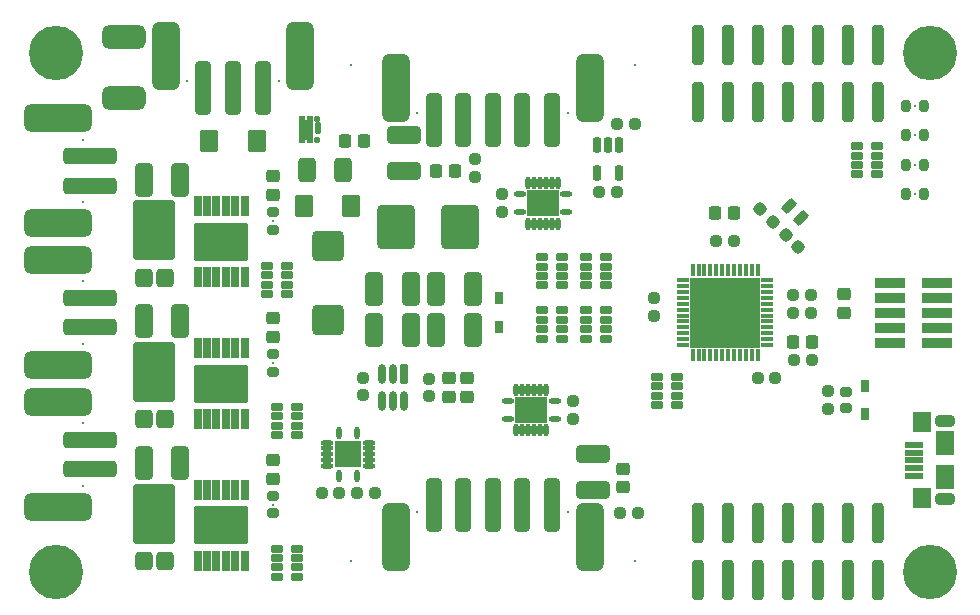
<source format=gts>
G04*
G04 #@! TF.GenerationSoftware,Altium Limited,Altium Designer,18.0.7 (293)*
G04*
G04 Layer_Color=8388736*
%FSLAX25Y25*%
%MOIN*%
G70*
G01*
G75*
%ADD65R,0.23622X0.23622*%
%ADD66O,0.04134X0.01575*%
%ADD67O,0.01575X0.04134*%
%ADD68R,0.08858X0.08858*%
%ADD69O,0.01890X0.04134*%
%ADD70O,0.04134X0.01890*%
G04:AMPARAMS|DCode=71|XSize=47.24mil|YSize=43.31mil|CornerRadius=12.8mil|HoleSize=0mil|Usage=FLASHONLY|Rotation=180.000|XOffset=0mil|YOffset=0mil|HoleType=Round|Shape=RoundedRectangle|*
%AMROUNDEDRECTD71*
21,1,0.04724,0.01772,0,0,180.0*
21,1,0.02165,0.04331,0,0,180.0*
1,1,0.02559,-0.01083,0.00886*
1,1,0.02559,0.01083,0.00886*
1,1,0.02559,0.01083,-0.00886*
1,1,0.02559,-0.01083,-0.00886*
%
%ADD71ROUNDEDRECTD71*%
G04:AMPARAMS|DCode=72|XSize=47.24mil|YSize=43.31mil|CornerRadius=12.8mil|HoleSize=0mil|Usage=FLASHONLY|Rotation=270.000|XOffset=0mil|YOffset=0mil|HoleType=Round|Shape=RoundedRectangle|*
%AMROUNDEDRECTD72*
21,1,0.04724,0.01772,0,0,270.0*
21,1,0.02165,0.04331,0,0,270.0*
1,1,0.02559,-0.00886,-0.01083*
1,1,0.02559,-0.00886,0.01083*
1,1,0.02559,0.00886,0.01083*
1,1,0.02559,0.00886,-0.01083*
%
%ADD72ROUNDEDRECTD72*%
G04:AMPARAMS|DCode=73|XSize=39.37mil|YSize=39.37mil|CornerRadius=11.81mil|HoleSize=0mil|Usage=FLASHONLY|Rotation=90.000|XOffset=0mil|YOffset=0mil|HoleType=Round|Shape=RoundedRectangle|*
%AMROUNDEDRECTD73*
21,1,0.03937,0.01575,0,0,90.0*
21,1,0.01575,0.03937,0,0,90.0*
1,1,0.02362,0.00787,0.00787*
1,1,0.02362,0.00787,-0.00787*
1,1,0.02362,-0.00787,-0.00787*
1,1,0.02362,-0.00787,0.00787*
%
%ADD73ROUNDEDRECTD73*%
G04:AMPARAMS|DCode=74|XSize=39.37mil|YSize=39.37mil|CornerRadius=11.81mil|HoleSize=0mil|Usage=FLASHONLY|Rotation=0.000|XOffset=0mil|YOffset=0mil|HoleType=Round|Shape=RoundedRectangle|*
%AMROUNDEDRECTD74*
21,1,0.03937,0.01575,0,0,0.0*
21,1,0.01575,0.03937,0,0,0.0*
1,1,0.02362,0.00787,-0.00787*
1,1,0.02362,-0.00787,-0.00787*
1,1,0.02362,-0.00787,0.00787*
1,1,0.02362,0.00787,0.00787*
%
%ADD74ROUNDEDRECTD74*%
G04:AMPARAMS|DCode=75|XSize=39.37mil|YSize=39.37mil|CornerRadius=11.81mil|HoleSize=0mil|Usage=FLASHONLY|Rotation=45.000|XOffset=0mil|YOffset=0mil|HoleType=Round|Shape=RoundedRectangle|*
%AMROUNDEDRECTD75*
21,1,0.03937,0.01575,0,0,45.0*
21,1,0.01575,0.03937,0,0,45.0*
1,1,0.02362,0.01114,0.00000*
1,1,0.02362,0.00000,-0.01114*
1,1,0.02362,-0.01114,0.00000*
1,1,0.02362,0.00000,0.01114*
%
%ADD75ROUNDEDRECTD75*%
G04:AMPARAMS|DCode=76|XSize=114.17mil|YSize=62.99mil|CornerRadius=17.72mil|HoleSize=0mil|Usage=FLASHONLY|Rotation=90.000|XOffset=0mil|YOffset=0mil|HoleType=Round|Shape=RoundedRectangle|*
%AMROUNDEDRECTD76*
21,1,0.11417,0.02756,0,0,90.0*
21,1,0.07874,0.06299,0,0,90.0*
1,1,0.03543,0.01378,0.03937*
1,1,0.03543,0.01378,-0.03937*
1,1,0.03543,-0.01378,-0.03937*
1,1,0.03543,-0.01378,0.03937*
%
%ADD76ROUNDEDRECTD76*%
G04:AMPARAMS|DCode=77|XSize=114.17mil|YSize=62.99mil|CornerRadius=17.72mil|HoleSize=0mil|Usage=FLASHONLY|Rotation=0.000|XOffset=0mil|YOffset=0mil|HoleType=Round|Shape=RoundedRectangle|*
%AMROUNDEDRECTD77*
21,1,0.11417,0.02756,0,0,0.0*
21,1,0.07874,0.06299,0,0,0.0*
1,1,0.03543,0.03937,-0.01378*
1,1,0.03543,-0.03937,-0.01378*
1,1,0.03543,-0.03937,0.01378*
1,1,0.03543,0.03937,0.01378*
%
%ADD77ROUNDEDRECTD77*%
G04:AMPARAMS|DCode=78|XSize=124.02mil|YSize=145.67mil|CornerRadius=12.65mil|HoleSize=0mil|Usage=FLASHONLY|Rotation=0.000|XOffset=0mil|YOffset=0mil|HoleType=Round|Shape=RoundedRectangle|*
%AMROUNDEDRECTD78*
21,1,0.12402,0.12037,0,0,0.0*
21,1,0.09872,0.14567,0,0,0.0*
1,1,0.02530,0.04936,-0.06019*
1,1,0.02530,-0.04936,-0.06019*
1,1,0.02530,-0.04936,0.06019*
1,1,0.02530,0.04936,0.06019*
%
%ADD78ROUNDEDRECTD78*%
%ADD79R,0.03150X0.03937*%
G04:AMPARAMS|DCode=80|XSize=62.99mil|YSize=72.44mil|CornerRadius=9.45mil|HoleSize=0mil|Usage=FLASHONLY|Rotation=0.000|XOffset=0mil|YOffset=0mil|HoleType=Round|Shape=RoundedRectangle|*
%AMROUNDEDRECTD80*
21,1,0.06299,0.05354,0,0,0.0*
21,1,0.04409,0.07244,0,0,0.0*
1,1,0.01890,0.02205,-0.02677*
1,1,0.01890,-0.02205,-0.02677*
1,1,0.01890,-0.02205,0.02677*
1,1,0.01890,0.02205,0.02677*
%
%ADD80ROUNDEDRECTD80*%
%ADD81R,0.10236X0.03780*%
%ADD82R,0.06102X0.02362*%
G04:AMPARAMS|DCode=83|XSize=94.49mil|YSize=228.35mil|CornerRadius=25.59mil|HoleSize=0mil|Usage=FLASHONLY|Rotation=0.000|XOffset=0mil|YOffset=0mil|HoleType=Round|Shape=RoundedRectangle|*
%AMROUNDEDRECTD83*
21,1,0.09449,0.17717,0,0,0.0*
21,1,0.04331,0.22835,0,0,0.0*
1,1,0.05118,0.02165,-0.08858*
1,1,0.05118,-0.02165,-0.08858*
1,1,0.05118,-0.02165,0.08858*
1,1,0.05118,0.02165,0.08858*
%
%ADD83ROUNDEDRECTD83*%
G04:AMPARAMS|DCode=84|XSize=55.12mil|YSize=181.1mil|CornerRadius=15.75mil|HoleSize=0mil|Usage=FLASHONLY|Rotation=0.000|XOffset=0mil|YOffset=0mil|HoleType=Round|Shape=RoundedRectangle|*
%AMROUNDEDRECTD84*
21,1,0.05512,0.14961,0,0,0.0*
21,1,0.02362,0.18110,0,0,0.0*
1,1,0.03150,0.01181,-0.07480*
1,1,0.03150,-0.01181,-0.07480*
1,1,0.03150,-0.01181,0.07480*
1,1,0.03150,0.01181,0.07480*
%
%ADD84ROUNDEDRECTD84*%
G04:AMPARAMS|DCode=85|XSize=39.37mil|YSize=133.86mil|CornerRadius=11.81mil|HoleSize=0mil|Usage=FLASHONLY|Rotation=0.000|XOffset=0mil|YOffset=0mil|HoleType=Round|Shape=RoundedRectangle|*
%AMROUNDEDRECTD85*
21,1,0.03937,0.11024,0,0,0.0*
21,1,0.01575,0.13386,0,0,0.0*
1,1,0.02362,0.00787,-0.05512*
1,1,0.02362,-0.00787,-0.05512*
1,1,0.02362,-0.00787,0.05512*
1,1,0.02362,0.00787,0.05512*
%
%ADD85ROUNDEDRECTD85*%
%ADD86R,0.10827X0.08858*%
G04:AMPARAMS|DCode=87|XSize=25.59mil|YSize=43.31mil|CornerRadius=8.37mil|HoleSize=0mil|Usage=FLASHONLY|Rotation=270.000|XOffset=0mil|YOffset=0mil|HoleType=Round|Shape=RoundedRectangle|*
%AMROUNDEDRECTD87*
21,1,0.02559,0.02657,0,0,270.0*
21,1,0.00886,0.04331,0,0,270.0*
1,1,0.01673,-0.01329,-0.00443*
1,1,0.01673,-0.01329,0.00443*
1,1,0.01673,0.01329,0.00443*
1,1,0.01673,0.01329,-0.00443*
%
%ADD87ROUNDEDRECTD87*%
G04:AMPARAMS|DCode=88|XSize=29.53mil|YSize=51.18mil|CornerRadius=9.35mil|HoleSize=0mil|Usage=FLASHONLY|Rotation=0.000|XOffset=0mil|YOffset=0mil|HoleType=Round|Shape=RoundedRectangle|*
%AMROUNDEDRECTD88*
21,1,0.02953,0.03248,0,0,0.0*
21,1,0.01083,0.05118,0,0,0.0*
1,1,0.01870,0.00541,-0.01624*
1,1,0.01870,-0.00541,-0.01624*
1,1,0.01870,-0.00541,0.01624*
1,1,0.01870,0.00541,0.01624*
%
%ADD88ROUNDEDRECTD88*%
G04:AMPARAMS|DCode=89|XSize=39.37mil|YSize=31.5mil|CornerRadius=9.84mil|HoleSize=0mil|Usage=FLASHONLY|Rotation=180.000|XOffset=0mil|YOffset=0mil|HoleType=Round|Shape=RoundedRectangle|*
%AMROUNDEDRECTD89*
21,1,0.03937,0.01181,0,0,180.0*
21,1,0.01968,0.03150,0,0,180.0*
1,1,0.01968,-0.00984,0.00591*
1,1,0.01968,0.00984,0.00591*
1,1,0.01968,0.00984,-0.00591*
1,1,0.01968,-0.00984,-0.00591*
%
%ADD89ROUNDEDRECTD89*%
%ADD90R,0.06299X0.08268*%
%ADD91R,0.06299X0.07087*%
G04:AMPARAMS|DCode=92|XSize=31.5mil|YSize=51.18mil|CornerRadius=6.3mil|HoleSize=0mil|Usage=FLASHONLY|Rotation=315.000|XOffset=0mil|YOffset=0mil|HoleType=Round|Shape=RoundedRectangle|*
%AMROUNDEDRECTD92*
21,1,0.03150,0.03858,0,0,315.0*
21,1,0.01890,0.05118,0,0,315.0*
1,1,0.01260,-0.00696,-0.02032*
1,1,0.01260,-0.02032,-0.00696*
1,1,0.01260,0.00696,0.02032*
1,1,0.01260,0.02032,0.00696*
%
%ADD92ROUNDEDRECTD92*%
G04:AMPARAMS|DCode=93|XSize=66.93mil|YSize=27.56mil|CornerRadius=8.86mil|HoleSize=0mil|Usage=FLASHONLY|Rotation=270.000|XOffset=0mil|YOffset=0mil|HoleType=Round|Shape=RoundedRectangle|*
%AMROUNDEDRECTD93*
21,1,0.06693,0.00984,0,0,270.0*
21,1,0.04921,0.02756,0,0,270.0*
1,1,0.01772,-0.00492,-0.02461*
1,1,0.01772,-0.00492,0.02461*
1,1,0.01772,0.00492,0.02461*
1,1,0.01772,0.00492,-0.02461*
%
%ADD93ROUNDEDRECTD93*%
%ADD94O,0.02756X0.06693*%
G04:AMPARAMS|DCode=95|XSize=129.92mil|YSize=181.1mil|CornerRadius=10.04mil|HoleSize=0mil|Usage=FLASHONLY|Rotation=90.000|XOffset=0mil|YOffset=0mil|HoleType=Round|Shape=RoundedRectangle|*
%AMROUNDEDRECTD95*
21,1,0.12992,0.16102,0,0,90.0*
21,1,0.10984,0.18110,0,0,90.0*
1,1,0.02008,0.08051,0.05492*
1,1,0.02008,0.08051,-0.05492*
1,1,0.02008,-0.08051,-0.05492*
1,1,0.02008,-0.08051,0.05492*
%
%ADD95ROUNDEDRECTD95*%
G04:AMPARAMS|DCode=96|XSize=68.9mil|YSize=29.53mil|CornerRadius=9.35mil|HoleSize=0mil|Usage=FLASHONLY|Rotation=90.000|XOffset=0mil|YOffset=0mil|HoleType=Round|Shape=RoundedRectangle|*
%AMROUNDEDRECTD96*
21,1,0.06890,0.01083,0,0,90.0*
21,1,0.05020,0.02953,0,0,90.0*
1,1,0.01870,0.00541,0.02510*
1,1,0.01870,0.00541,-0.02510*
1,1,0.01870,-0.00541,-0.02510*
1,1,0.01870,-0.00541,0.02510*
%
%ADD96ROUNDEDRECTD96*%
G04:AMPARAMS|DCode=97|XSize=62.6mil|YSize=62.99mil|CornerRadius=17.62mil|HoleSize=0mil|Usage=FLASHONLY|Rotation=90.000|XOffset=0mil|YOffset=0mil|HoleType=Round|Shape=RoundedRectangle|*
%AMROUNDEDRECTD97*
21,1,0.06260,0.02776,0,0,90.0*
21,1,0.02736,0.06299,0,0,90.0*
1,1,0.03524,0.01388,0.01368*
1,1,0.03524,0.01388,-0.01368*
1,1,0.03524,-0.01388,-0.01368*
1,1,0.03524,-0.01388,0.01368*
%
%ADD97ROUNDEDRECTD97*%
G04:AMPARAMS|DCode=98|XSize=140.16mil|YSize=199.21mil|CornerRadius=10.55mil|HoleSize=0mil|Usage=FLASHONLY|Rotation=0.000|XOffset=0mil|YOffset=0mil|HoleType=Round|Shape=RoundedRectangle|*
%AMROUNDEDRECTD98*
21,1,0.14016,0.17811,0,0,0.0*
21,1,0.11906,0.19921,0,0,0.0*
1,1,0.02110,0.05953,-0.08906*
1,1,0.02110,-0.05953,-0.08906*
1,1,0.02110,-0.05953,0.08906*
1,1,0.02110,0.05953,0.08906*
%
%ADD98ROUNDEDRECTD98*%
%ADD99R,0.01968X0.02165*%
G04:AMPARAMS|DCode=100|XSize=19.68mil|YSize=21.65mil|CornerRadius=5.12mil|HoleSize=0mil|Usage=FLASHONLY|Rotation=0.000|XOffset=0mil|YOffset=0mil|HoleType=Round|Shape=RoundedRectangle|*
%AMROUNDEDRECTD100*
21,1,0.01968,0.01142,0,0,0.0*
21,1,0.00945,0.02165,0,0,0.0*
1,1,0.01024,0.00472,-0.00571*
1,1,0.01024,-0.00472,-0.00571*
1,1,0.01024,-0.00472,0.00571*
1,1,0.01024,0.00472,0.00571*
%
%ADD100ROUNDEDRECTD100*%
%ADD101R,0.04528X0.06693*%
G04:AMPARAMS|DCode=102|XSize=17.13mil|YSize=42.13mil|CornerRadius=4.86mil|HoleSize=0mil|Usage=FLASHONLY|Rotation=0.000|XOffset=0mil|YOffset=0mil|HoleType=Round|Shape=RoundedRectangle|*
%AMROUNDEDRECTD102*
21,1,0.01713,0.03240,0,0,0.0*
21,1,0.00740,0.04213,0,0,0.0*
1,1,0.00972,0.00370,-0.01620*
1,1,0.00972,-0.00370,-0.01620*
1,1,0.00972,-0.00370,0.01620*
1,1,0.00972,0.00370,0.01620*
%
%ADD102ROUNDEDRECTD102*%
G04:AMPARAMS|DCode=103|XSize=101.18mil|YSize=103.54mil|CornerRadius=13.27mil|HoleSize=0mil|Usage=FLASHONLY|Rotation=90.000|XOffset=0mil|YOffset=0mil|HoleType=Round|Shape=RoundedRectangle|*
%AMROUNDEDRECTD103*
21,1,0.10118,0.07701,0,0,90.0*
21,1,0.07465,0.10354,0,0,90.0*
1,1,0.02653,0.03850,0.03732*
1,1,0.02653,0.03850,-0.03732*
1,1,0.02653,-0.03850,-0.03732*
1,1,0.02653,-0.03850,0.03732*
%
%ADD103ROUNDEDRECTD103*%
G04:AMPARAMS|DCode=104|XSize=39.37mil|YSize=31.5mil|CornerRadius=9.84mil|HoleSize=0mil|Usage=FLASHONLY|Rotation=270.000|XOffset=0mil|YOffset=0mil|HoleType=Round|Shape=RoundedRectangle|*
%AMROUNDEDRECTD104*
21,1,0.03937,0.01181,0,0,270.0*
21,1,0.01968,0.03150,0,0,270.0*
1,1,0.01968,-0.00591,-0.00984*
1,1,0.01968,-0.00591,0.00984*
1,1,0.01968,0.00591,0.00984*
1,1,0.01968,0.00591,-0.00984*
%
%ADD104ROUNDEDRECTD104*%
G04:AMPARAMS|DCode=105|XSize=55.12mil|YSize=181.1mil|CornerRadius=15.75mil|HoleSize=0mil|Usage=FLASHONLY|Rotation=90.000|XOffset=0mil|YOffset=0mil|HoleType=Round|Shape=RoundedRectangle|*
%AMROUNDEDRECTD105*
21,1,0.05512,0.14961,0,0,90.0*
21,1,0.02362,0.18110,0,0,90.0*
1,1,0.03150,0.07480,0.01181*
1,1,0.03150,0.07480,-0.01181*
1,1,0.03150,-0.07480,-0.01181*
1,1,0.03150,-0.07480,0.01181*
%
%ADD105ROUNDEDRECTD105*%
G04:AMPARAMS|DCode=106|XSize=94.49mil|YSize=228.35mil|CornerRadius=25.59mil|HoleSize=0mil|Usage=FLASHONLY|Rotation=90.000|XOffset=0mil|YOffset=0mil|HoleType=Round|Shape=RoundedRectangle|*
%AMROUNDEDRECTD106*
21,1,0.09449,0.17717,0,0,90.0*
21,1,0.04331,0.22835,0,0,90.0*
1,1,0.05118,0.08858,0.02165*
1,1,0.05118,0.08858,-0.02165*
1,1,0.05118,-0.08858,-0.02165*
1,1,0.05118,-0.08858,0.02165*
%
%ADD106ROUNDEDRECTD106*%
G04:AMPARAMS|DCode=107|XSize=82.68mil|YSize=62.99mil|CornerRadius=17.72mil|HoleSize=0mil|Usage=FLASHONLY|Rotation=90.000|XOffset=0mil|YOffset=0mil|HoleType=Round|Shape=RoundedRectangle|*
%AMROUNDEDRECTD107*
21,1,0.08268,0.02756,0,0,90.0*
21,1,0.04724,0.06299,0,0,90.0*
1,1,0.03543,0.01378,0.02362*
1,1,0.03543,0.01378,-0.02362*
1,1,0.03543,-0.01378,-0.02362*
1,1,0.03543,-0.01378,0.02362*
%
%ADD107ROUNDEDRECTD107*%
G04:AMPARAMS|DCode=108|XSize=77.95mil|YSize=145.67mil|CornerRadius=21.46mil|HoleSize=0mil|Usage=FLASHONLY|Rotation=270.000|XOffset=0mil|YOffset=0mil|HoleType=Round|Shape=RoundedRectangle|*
%AMROUNDEDRECTD108*
21,1,0.07795,0.10276,0,0,270.0*
21,1,0.03504,0.14567,0,0,270.0*
1,1,0.04291,-0.05138,-0.01752*
1,1,0.04291,-0.05138,0.01752*
1,1,0.04291,0.05138,0.01752*
1,1,0.04291,0.05138,-0.01752*
%
%ADD108ROUNDEDRECTD108*%
%ADD109C,0.00787*%
%ADD110C,0.18110*%
G04:AMPARAMS|DCode=111|XSize=7.87mil|YSize=7.87mil|CornerRadius=0mil|HoleSize=0mil|Usage=FLASHONLY|Rotation=0.000|XOffset=0mil|YOffset=0mil|HoleType=Round|Shape=RoundedRectangle|*
%AMROUNDEDRECTD111*
21,1,0.00787,0.00787,0,0,0.0*
21,1,0.00787,0.00787,0,0,0.0*
1,1,0.00000,0.00394,-0.00394*
1,1,0.00000,-0.00394,-0.00394*
1,1,0.00000,-0.00394,0.00394*
1,1,0.00000,0.00394,0.00394*
%
%ADD111ROUNDEDRECTD111*%
%ADD112O,0.07087X0.04331*%
G04:AMPARAMS|DCode=113|XSize=7.87mil|YSize=7.87mil|CornerRadius=0mil|HoleSize=0mil|Usage=FLASHONLY|Rotation=90.000|XOffset=0mil|YOffset=0mil|HoleType=Round|Shape=RoundedRectangle|*
%AMROUNDEDRECTD113*
21,1,0.00787,0.00787,0,0,90.0*
21,1,0.00787,0.00787,0,0,90.0*
1,1,0.00000,0.00394,0.00394*
1,1,0.00000,0.00394,-0.00394*
1,1,0.00000,-0.00394,-0.00394*
1,1,0.00000,-0.00394,0.00394*
%
%ADD113ROUNDEDRECTD113*%
D65*
X234904Y98425D02*
D03*
D66*
X248979Y109252D02*
D03*
Y107283D02*
D03*
Y105315D02*
D03*
Y103347D02*
D03*
Y101378D02*
D03*
Y99410D02*
D03*
Y97441D02*
D03*
Y95472D02*
D03*
Y93504D02*
D03*
Y91535D02*
D03*
Y89567D02*
D03*
Y87598D02*
D03*
X220829D02*
D03*
Y89567D02*
D03*
Y91535D02*
D03*
Y93504D02*
D03*
Y95472D02*
D03*
Y97441D02*
D03*
Y99410D02*
D03*
Y101378D02*
D03*
Y103347D02*
D03*
Y105315D02*
D03*
Y107283D02*
D03*
Y109252D02*
D03*
D67*
X245731Y84350D02*
D03*
X243762D02*
D03*
X241794D02*
D03*
X239825D02*
D03*
X237857D02*
D03*
X235888D02*
D03*
X233920D02*
D03*
X231951D02*
D03*
X229983D02*
D03*
X228014D02*
D03*
X226046D02*
D03*
X224077D02*
D03*
Y112500D02*
D03*
X226046D02*
D03*
X228014D02*
D03*
X229983D02*
D03*
X231951D02*
D03*
X233920D02*
D03*
X235888D02*
D03*
X237857D02*
D03*
X239825D02*
D03*
X241794D02*
D03*
X243762D02*
D03*
X245731D02*
D03*
D68*
X109252Y51181D02*
D03*
D69*
X112205Y44094D02*
D03*
X106299D02*
D03*
Y58268D02*
D03*
X112205D02*
D03*
X177165Y141634D02*
D03*
X175197D02*
D03*
X173228D02*
D03*
X171260D02*
D03*
X169291D02*
D03*
Y128051D02*
D03*
X171260D02*
D03*
X173228D02*
D03*
X175197D02*
D03*
X177165D02*
D03*
X179134D02*
D03*
Y141634D02*
D03*
X167323Y59153D02*
D03*
X169291D02*
D03*
X171260D02*
D03*
X173228D02*
D03*
X175197D02*
D03*
Y72736D02*
D03*
X173228D02*
D03*
X171260D02*
D03*
X169291D02*
D03*
X167323D02*
D03*
X165354D02*
D03*
Y59153D02*
D03*
D70*
X102165Y47244D02*
D03*
Y49213D02*
D03*
Y51181D02*
D03*
Y53150D02*
D03*
Y55118D02*
D03*
X116339D02*
D03*
Y53150D02*
D03*
Y51181D02*
D03*
Y49213D02*
D03*
Y47244D02*
D03*
X181988Y131890D02*
D03*
Y137795D02*
D03*
X166437D02*
D03*
Y131890D02*
D03*
X162500Y68898D02*
D03*
Y62992D02*
D03*
X178051D02*
D03*
Y68898D02*
D03*
D71*
X148909Y76575D02*
D03*
Y70276D02*
D03*
X143004Y76575D02*
D03*
Y70276D02*
D03*
X200787Y46457D02*
D03*
Y40157D02*
D03*
X84252Y49409D02*
D03*
Y43110D02*
D03*
Y90354D02*
D03*
Y96653D02*
D03*
Y143898D02*
D03*
Y137598D02*
D03*
X274606Y98228D02*
D03*
Y104528D02*
D03*
D72*
X257677Y88583D02*
D03*
X263976D02*
D03*
X231496Y131496D02*
D03*
X237795D02*
D03*
X114567Y155512D02*
D03*
X108268D02*
D03*
X144882Y145669D02*
D03*
X138583D02*
D03*
D73*
X263447Y98425D02*
D03*
X257542D02*
D03*
X231951Y122343D02*
D03*
X237857D02*
D03*
X251636Y76772D02*
D03*
X245731D02*
D03*
X263447Y104331D02*
D03*
X257542D02*
D03*
X205709Y31496D02*
D03*
X199803D02*
D03*
X106299Y38386D02*
D03*
X100394D02*
D03*
X118110D02*
D03*
X112205D02*
D03*
X192913Y138779D02*
D03*
X198819D02*
D03*
X257874Y82677D02*
D03*
X263779D02*
D03*
X198819Y161417D02*
D03*
X204724D02*
D03*
D74*
X114279Y76772D02*
D03*
Y70866D02*
D03*
X136114Y76378D02*
D03*
Y70472D02*
D03*
X211282Y97441D02*
D03*
Y103347D02*
D03*
X269291Y72244D02*
D03*
Y66339D02*
D03*
X184055Y68898D02*
D03*
Y62992D02*
D03*
X160433Y137795D02*
D03*
Y131890D02*
D03*
X151575Y143701D02*
D03*
Y149606D02*
D03*
D75*
X246673Y132818D02*
D03*
X250849Y128642D02*
D03*
X255060Y124430D02*
D03*
X259236Y120255D02*
D03*
D76*
X130028Y92520D02*
D03*
X118004D02*
D03*
Y106299D02*
D03*
X130028D02*
D03*
X138673Y92520D02*
D03*
X150697D02*
D03*
Y106299D02*
D03*
X138673D02*
D03*
X41232Y48228D02*
D03*
X53256D02*
D03*
Y95473D02*
D03*
X41232D02*
D03*
Y142717D02*
D03*
X53256D02*
D03*
D77*
X190945Y39264D02*
D03*
Y51287D02*
D03*
X127953Y157587D02*
D03*
Y145563D02*
D03*
D78*
X125098Y126969D02*
D03*
X146555D02*
D03*
D79*
X281496Y74016D02*
D03*
Y64567D02*
D03*
X159449Y103150D02*
D03*
Y93701D02*
D03*
D80*
X110295Y133858D02*
D03*
X94429D02*
D03*
X62933Y155512D02*
D03*
X78799D02*
D03*
D81*
X290022Y88425D02*
D03*
Y93425D02*
D03*
Y98425D02*
D03*
Y103425D02*
D03*
Y108425D02*
D03*
X305377Y88425D02*
D03*
Y93425D02*
D03*
Y108425D02*
D03*
Y103425D02*
D03*
Y98425D02*
D03*
D82*
X297736Y46654D02*
D03*
Y49213D02*
D03*
Y54331D02*
D03*
Y51772D02*
D03*
Y44094D02*
D03*
D83*
X189764Y173228D02*
D03*
X125197D02*
D03*
X189764Y23622D02*
D03*
X125197D02*
D03*
X93307Y183858D02*
D03*
X48425D02*
D03*
D84*
X137795Y162598D02*
D03*
X147638D02*
D03*
X157480D02*
D03*
X167323D02*
D03*
X177165D02*
D03*
X137795Y34252D02*
D03*
X147638D02*
D03*
X157480D02*
D03*
X167323D02*
D03*
X177165D02*
D03*
X61024Y173228D02*
D03*
X70866D02*
D03*
X80709D02*
D03*
D85*
X225905Y168701D02*
D03*
X235906D02*
D03*
X245905D02*
D03*
X255906D02*
D03*
X265905D02*
D03*
X275905D02*
D03*
X285906D02*
D03*
Y187598D02*
D03*
X275905D02*
D03*
X265905D02*
D03*
X255906D02*
D03*
X245905D02*
D03*
X235906D02*
D03*
X225905D02*
D03*
Y9252D02*
D03*
X235906D02*
D03*
X245905D02*
D03*
X255906D02*
D03*
X265905D02*
D03*
X275905D02*
D03*
X285906D02*
D03*
Y28150D02*
D03*
X275905D02*
D03*
X265905D02*
D03*
X255906D02*
D03*
X245905D02*
D03*
X235906D02*
D03*
X225905D02*
D03*
D86*
X174213Y134843D02*
D03*
X170276Y65945D02*
D03*
D87*
X173819Y116929D02*
D03*
Y113779D02*
D03*
Y110630D02*
D03*
Y107480D02*
D03*
X180512D02*
D03*
Y110630D02*
D03*
Y113779D02*
D03*
Y116929D02*
D03*
X188583D02*
D03*
Y113779D02*
D03*
Y110630D02*
D03*
Y107480D02*
D03*
X195276D02*
D03*
Y110630D02*
D03*
Y113779D02*
D03*
Y116929D02*
D03*
X173819Y99213D02*
D03*
Y96063D02*
D03*
Y92913D02*
D03*
Y89764D02*
D03*
X180512D02*
D03*
Y92913D02*
D03*
Y96063D02*
D03*
Y99213D02*
D03*
X188583D02*
D03*
Y96063D02*
D03*
Y92913D02*
D03*
Y89764D02*
D03*
X195276D02*
D03*
Y92913D02*
D03*
Y96063D02*
D03*
Y99213D02*
D03*
X85630Y10339D02*
D03*
Y13488D02*
D03*
Y16638D02*
D03*
Y19787D02*
D03*
X92323D02*
D03*
Y16638D02*
D03*
Y13488D02*
D03*
Y10339D02*
D03*
X218959Y67520D02*
D03*
Y70669D02*
D03*
Y73819D02*
D03*
Y76968D02*
D03*
X212266D02*
D03*
Y73819D02*
D03*
Y70669D02*
D03*
Y67520D02*
D03*
X85630Y57583D02*
D03*
Y60732D02*
D03*
Y63882D02*
D03*
Y67032D02*
D03*
X92323D02*
D03*
Y63882D02*
D03*
Y60732D02*
D03*
Y57583D02*
D03*
X88976Y104528D02*
D03*
Y107677D02*
D03*
Y110827D02*
D03*
Y113976D02*
D03*
X82284D02*
D03*
Y110827D02*
D03*
Y107677D02*
D03*
Y104528D02*
D03*
X285433Y153937D02*
D03*
Y150787D02*
D03*
Y147638D02*
D03*
Y144488D02*
D03*
X278740D02*
D03*
Y147638D02*
D03*
Y150787D02*
D03*
Y153937D02*
D03*
D88*
X199606Y154331D02*
D03*
X195866D02*
D03*
X192126D02*
D03*
Y144882D02*
D03*
X199606D02*
D03*
D89*
X275197Y66535D02*
D03*
Y72047D02*
D03*
X84252Y131890D02*
D03*
Y125984D02*
D03*
Y84646D02*
D03*
Y78740D02*
D03*
Y37402D02*
D03*
Y31496D02*
D03*
D90*
X308268Y54921D02*
D03*
Y43504D02*
D03*
D91*
X300394Y61811D02*
D03*
Y36614D02*
D03*
D92*
X256319Y133838D02*
D03*
X260216Y129941D02*
D03*
D93*
X127969Y78110D02*
D03*
D94*
X124228D02*
D03*
X120488D02*
D03*
X127969Y68818D02*
D03*
X124228D02*
D03*
X120488D02*
D03*
D95*
X66929Y27531D02*
D03*
Y74776D02*
D03*
Y122020D02*
D03*
D96*
X59055Y15693D02*
D03*
X62205D02*
D03*
X65354D02*
D03*
X68504D02*
D03*
X71653D02*
D03*
X74803D02*
D03*
Y39370D02*
D03*
X71653D02*
D03*
X68504D02*
D03*
X65354D02*
D03*
X62205D02*
D03*
X59055D02*
D03*
Y86614D02*
D03*
X62205D02*
D03*
X65354D02*
D03*
X68504D02*
D03*
X71653D02*
D03*
X74803D02*
D03*
Y62937D02*
D03*
X71653D02*
D03*
X68504D02*
D03*
X65354D02*
D03*
X62205D02*
D03*
X59055D02*
D03*
Y110181D02*
D03*
X62205D02*
D03*
X65354D02*
D03*
X68504D02*
D03*
X71653D02*
D03*
X74803D02*
D03*
Y133858D02*
D03*
X71653D02*
D03*
X68504D02*
D03*
X65354D02*
D03*
X62205D02*
D03*
X59055D02*
D03*
D97*
X48307Y15630D02*
D03*
X41063D02*
D03*
Y62874D02*
D03*
X48307D02*
D03*
Y110118D02*
D03*
X41063D02*
D03*
D98*
X44685Y31307D02*
D03*
Y78551D02*
D03*
Y125795D02*
D03*
D99*
X93898Y163091D02*
D03*
X96457D02*
D03*
X93898Y155807D02*
D03*
X96457D02*
D03*
D100*
X99016Y163091D02*
D03*
Y155807D02*
D03*
D101*
X95177Y159449D02*
D03*
D102*
X99083Y159843D02*
D03*
D103*
X102362Y120551D02*
D03*
Y95984D02*
D03*
D104*
X301181Y137795D02*
D03*
X295276D02*
D03*
X301181Y147638D02*
D03*
X295276D02*
D03*
X301181Y157480D02*
D03*
X295276D02*
D03*
X301181Y167323D02*
D03*
X295276D02*
D03*
D105*
X23228Y150591D02*
D03*
Y140748D02*
D03*
Y103347D02*
D03*
Y93504D02*
D03*
Y46260D02*
D03*
Y56102D02*
D03*
D106*
X12598Y128150D02*
D03*
Y163189D02*
D03*
Y80905D02*
D03*
Y115945D02*
D03*
Y68701D02*
D03*
Y33661D02*
D03*
D107*
X107587Y146063D02*
D03*
X95563D02*
D03*
D108*
X34449Y190413D02*
D03*
Y169823D02*
D03*
D109*
X204724Y15748D02*
D03*
X110236D02*
D03*
X204724Y181102D02*
D03*
X110236D02*
D03*
D110*
X11811Y185039D02*
D03*
X303150D02*
D03*
Y11811D02*
D03*
X11811D02*
D03*
D111*
X132283Y164961D02*
D03*
X182677D02*
D03*
X132283Y31890D02*
D03*
X182677D02*
D03*
X55512Y175591D02*
D03*
X86221D02*
D03*
X298228Y137795D02*
D03*
Y147638D02*
D03*
Y157480D02*
D03*
Y167323D02*
D03*
D112*
X308268Y36220D02*
D03*
Y62205D02*
D03*
D113*
X20866Y156102D02*
D03*
Y135236D02*
D03*
X84252Y128937D02*
D03*
X20866Y108858D02*
D03*
Y87992D02*
D03*
X84252Y81693D02*
D03*
Y34449D02*
D03*
X20866Y40748D02*
D03*
Y61614D02*
D03*
M02*

</source>
